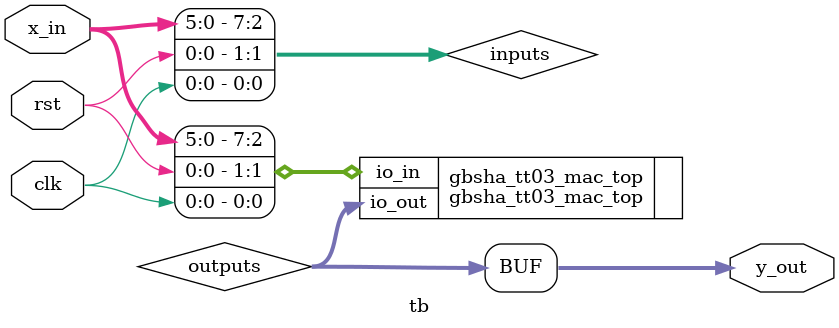
<source format=v>
`default_nettype none
`timescale 1ns/1ps

/*
this testbench just instantiates the module and makes some convenient wires
that can be driven / tested by the cocotb test.py
*/

// copy parameters to tb.v, ttfir.v, test.py
// as files may be used individually
module tb #(parameter N_TAPS = 4,
                      BW_in = 6,
                      BW_out = 8
    )
    (
    input clk,
    input rst,
    input signed [BW_in - 1:0] x_in,
    output signed [BW_out - 1:0] y_out
   );

    // this part dumps the trace to a vcd file that can be viewed with GTKWave
    initial begin
        $dumpfile ("tb.vcd");
        $dumpvars (0, tb);
        #1;
    end

    // wire up the inputs and outputs
    wire [7:0] inputs;
    assign inputs[BW_in - 1 + 2:0] = {x_in, rst, clk};
    if (BW_in < 6)
        assign inputs[7:BW_in + 2] = 0;
    wire [7:0] outputs;
    assign y_out = outputs[BW_out - 1:0];

    // instantiate the DUT
    gbsha_tt03_mac_top gbsha_tt03_mac_top(
        `ifdef GL_TEST
            .vccd1( 1'b1),
            .vssd1( 1'b0),
        `endif
        .io_in  (inputs),
        .io_out (outputs)
        );

endmodule

</source>
